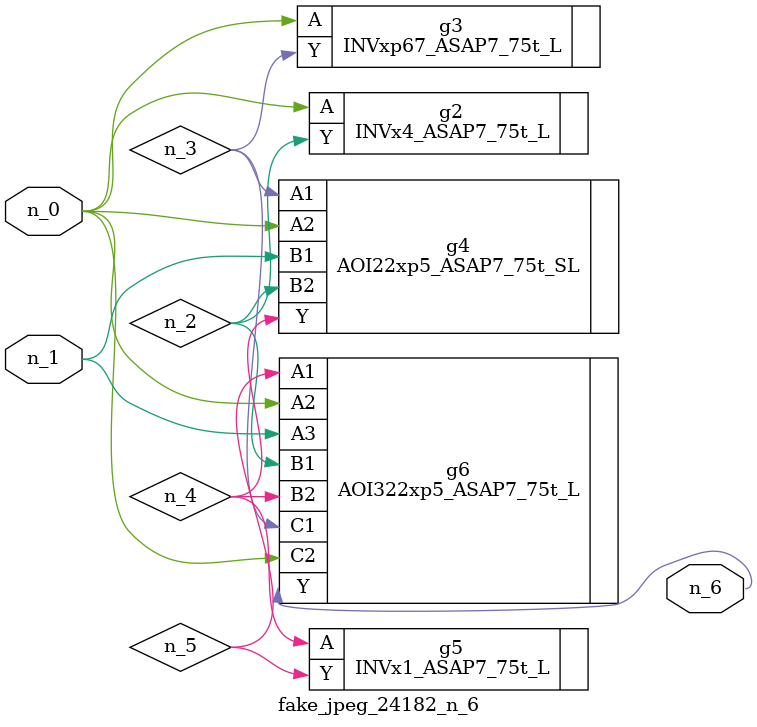
<source format=v>
module fake_jpeg_24182_n_6 (n_0, n_1, n_6);

input n_0;
input n_1;

output n_6;

wire n_2;
wire n_3;
wire n_4;
wire n_5;

INVx4_ASAP7_75t_L g2 ( 
.A(n_0),
.Y(n_2)
);

INVxp67_ASAP7_75t_L g3 ( 
.A(n_0),
.Y(n_3)
);

AOI22xp5_ASAP7_75t_SL g4 ( 
.A1(n_3),
.A2(n_0),
.B1(n_1),
.B2(n_2),
.Y(n_4)
);

INVx1_ASAP7_75t_L g5 ( 
.A(n_4),
.Y(n_5)
);

AOI322xp5_ASAP7_75t_L g6 ( 
.A1(n_5),
.A2(n_0),
.A3(n_1),
.B1(n_2),
.B2(n_4),
.C1(n_3),
.C2(n_0),
.Y(n_6)
);


endmodule
</source>
